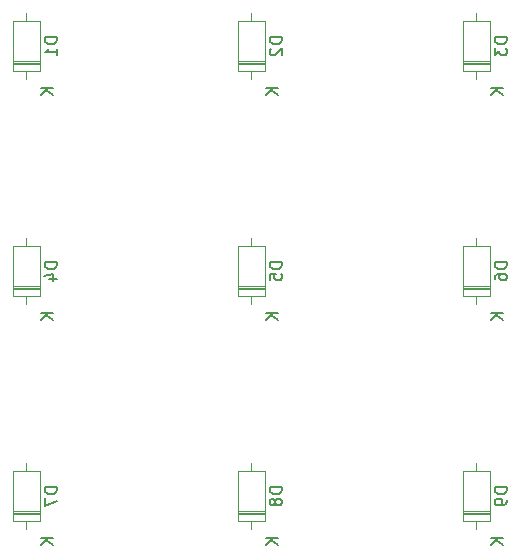
<source format=gbo>
G04 #@! TF.GenerationSoftware,KiCad,Pcbnew,9.0.3*
G04 #@! TF.CreationDate,2025-07-29T19:53:29+10:00*
G04 #@! TF.ProjectId,NyaPad,4e796150-6164-42e6-9b69-6361645f7063,rev?*
G04 #@! TF.SameCoordinates,Original*
G04 #@! TF.FileFunction,Legend,Bot*
G04 #@! TF.FilePolarity,Positive*
%FSLAX46Y46*%
G04 Gerber Fmt 4.6, Leading zero omitted, Abs format (unit mm)*
G04 Created by KiCad (PCBNEW 9.0.3) date 2025-07-29 19:53:29*
%MOMM*%
%LPD*%
G01*
G04 APERTURE LIST*
%ADD10C,0.150000*%
%ADD11C,0.120000*%
G04 APERTURE END LIST*
D10*
X145926069Y-97067130D02*
X144926069Y-97067130D01*
X144926069Y-97067130D02*
X144926069Y-97305225D01*
X144926069Y-97305225D02*
X144973688Y-97448082D01*
X144973688Y-97448082D02*
X145068926Y-97543320D01*
X145068926Y-97543320D02*
X145164164Y-97590939D01*
X145164164Y-97590939D02*
X145354640Y-97638558D01*
X145354640Y-97638558D02*
X145497497Y-97638558D01*
X145497497Y-97638558D02*
X145687973Y-97590939D01*
X145687973Y-97590939D02*
X145783211Y-97543320D01*
X145783211Y-97543320D02*
X145878450Y-97448082D01*
X145878450Y-97448082D02*
X145926069Y-97305225D01*
X145926069Y-97305225D02*
X145926069Y-97067130D01*
X145021307Y-98019511D02*
X144973688Y-98067130D01*
X144973688Y-98067130D02*
X144926069Y-98162368D01*
X144926069Y-98162368D02*
X144926069Y-98400463D01*
X144926069Y-98400463D02*
X144973688Y-98495701D01*
X144973688Y-98495701D02*
X145021307Y-98543320D01*
X145021307Y-98543320D02*
X145116545Y-98590939D01*
X145116545Y-98590939D02*
X145211783Y-98590939D01*
X145211783Y-98590939D02*
X145354640Y-98543320D01*
X145354640Y-98543320D02*
X145926069Y-97971892D01*
X145926069Y-97971892D02*
X145926069Y-98590939D01*
X145606069Y-101353320D02*
X144606069Y-101353320D01*
X145606069Y-101924748D02*
X145034640Y-101496177D01*
X144606069Y-101924748D02*
X145177497Y-101353320D01*
X164976069Y-97067130D02*
X163976069Y-97067130D01*
X163976069Y-97067130D02*
X163976069Y-97305225D01*
X163976069Y-97305225D02*
X164023688Y-97448082D01*
X164023688Y-97448082D02*
X164118926Y-97543320D01*
X164118926Y-97543320D02*
X164214164Y-97590939D01*
X164214164Y-97590939D02*
X164404640Y-97638558D01*
X164404640Y-97638558D02*
X164547497Y-97638558D01*
X164547497Y-97638558D02*
X164737973Y-97590939D01*
X164737973Y-97590939D02*
X164833211Y-97543320D01*
X164833211Y-97543320D02*
X164928450Y-97448082D01*
X164928450Y-97448082D02*
X164976069Y-97305225D01*
X164976069Y-97305225D02*
X164976069Y-97067130D01*
X163976069Y-97971892D02*
X163976069Y-98590939D01*
X163976069Y-98590939D02*
X164357021Y-98257606D01*
X164357021Y-98257606D02*
X164357021Y-98400463D01*
X164357021Y-98400463D02*
X164404640Y-98495701D01*
X164404640Y-98495701D02*
X164452259Y-98543320D01*
X164452259Y-98543320D02*
X164547497Y-98590939D01*
X164547497Y-98590939D02*
X164785592Y-98590939D01*
X164785592Y-98590939D02*
X164880830Y-98543320D01*
X164880830Y-98543320D02*
X164928450Y-98495701D01*
X164928450Y-98495701D02*
X164976069Y-98400463D01*
X164976069Y-98400463D02*
X164976069Y-98114749D01*
X164976069Y-98114749D02*
X164928450Y-98019511D01*
X164928450Y-98019511D02*
X164880830Y-97971892D01*
X164656069Y-101353320D02*
X163656069Y-101353320D01*
X164656069Y-101924748D02*
X164084640Y-101496177D01*
X163656069Y-101924748D02*
X164227497Y-101353320D01*
X145926069Y-116117130D02*
X144926069Y-116117130D01*
X144926069Y-116117130D02*
X144926069Y-116355225D01*
X144926069Y-116355225D02*
X144973688Y-116498082D01*
X144973688Y-116498082D02*
X145068926Y-116593320D01*
X145068926Y-116593320D02*
X145164164Y-116640939D01*
X145164164Y-116640939D02*
X145354640Y-116688558D01*
X145354640Y-116688558D02*
X145497497Y-116688558D01*
X145497497Y-116688558D02*
X145687973Y-116640939D01*
X145687973Y-116640939D02*
X145783211Y-116593320D01*
X145783211Y-116593320D02*
X145878450Y-116498082D01*
X145878450Y-116498082D02*
X145926069Y-116355225D01*
X145926069Y-116355225D02*
X145926069Y-116117130D01*
X144926069Y-117593320D02*
X144926069Y-117117130D01*
X144926069Y-117117130D02*
X145402259Y-117069511D01*
X145402259Y-117069511D02*
X145354640Y-117117130D01*
X145354640Y-117117130D02*
X145307021Y-117212368D01*
X145307021Y-117212368D02*
X145307021Y-117450463D01*
X145307021Y-117450463D02*
X145354640Y-117545701D01*
X145354640Y-117545701D02*
X145402259Y-117593320D01*
X145402259Y-117593320D02*
X145497497Y-117640939D01*
X145497497Y-117640939D02*
X145735592Y-117640939D01*
X145735592Y-117640939D02*
X145830830Y-117593320D01*
X145830830Y-117593320D02*
X145878450Y-117545701D01*
X145878450Y-117545701D02*
X145926069Y-117450463D01*
X145926069Y-117450463D02*
X145926069Y-117212368D01*
X145926069Y-117212368D02*
X145878450Y-117117130D01*
X145878450Y-117117130D02*
X145830830Y-117069511D01*
X145606069Y-120403320D02*
X144606069Y-120403320D01*
X145606069Y-120974748D02*
X145034640Y-120546177D01*
X144606069Y-120974748D02*
X145177497Y-120403320D01*
X126876069Y-116117130D02*
X125876069Y-116117130D01*
X125876069Y-116117130D02*
X125876069Y-116355225D01*
X125876069Y-116355225D02*
X125923688Y-116498082D01*
X125923688Y-116498082D02*
X126018926Y-116593320D01*
X126018926Y-116593320D02*
X126114164Y-116640939D01*
X126114164Y-116640939D02*
X126304640Y-116688558D01*
X126304640Y-116688558D02*
X126447497Y-116688558D01*
X126447497Y-116688558D02*
X126637973Y-116640939D01*
X126637973Y-116640939D02*
X126733211Y-116593320D01*
X126733211Y-116593320D02*
X126828450Y-116498082D01*
X126828450Y-116498082D02*
X126876069Y-116355225D01*
X126876069Y-116355225D02*
X126876069Y-116117130D01*
X126209402Y-117545701D02*
X126876069Y-117545701D01*
X125828450Y-117307606D02*
X126542735Y-117069511D01*
X126542735Y-117069511D02*
X126542735Y-117688558D01*
X126556069Y-120403320D02*
X125556069Y-120403320D01*
X126556069Y-120974748D02*
X125984640Y-120546177D01*
X125556069Y-120974748D02*
X126127497Y-120403320D01*
X145926069Y-135167130D02*
X144926069Y-135167130D01*
X144926069Y-135167130D02*
X144926069Y-135405225D01*
X144926069Y-135405225D02*
X144973688Y-135548082D01*
X144973688Y-135548082D02*
X145068926Y-135643320D01*
X145068926Y-135643320D02*
X145164164Y-135690939D01*
X145164164Y-135690939D02*
X145354640Y-135738558D01*
X145354640Y-135738558D02*
X145497497Y-135738558D01*
X145497497Y-135738558D02*
X145687973Y-135690939D01*
X145687973Y-135690939D02*
X145783211Y-135643320D01*
X145783211Y-135643320D02*
X145878450Y-135548082D01*
X145878450Y-135548082D02*
X145926069Y-135405225D01*
X145926069Y-135405225D02*
X145926069Y-135167130D01*
X145354640Y-136309987D02*
X145307021Y-136214749D01*
X145307021Y-136214749D02*
X145259402Y-136167130D01*
X145259402Y-136167130D02*
X145164164Y-136119511D01*
X145164164Y-136119511D02*
X145116545Y-136119511D01*
X145116545Y-136119511D02*
X145021307Y-136167130D01*
X145021307Y-136167130D02*
X144973688Y-136214749D01*
X144973688Y-136214749D02*
X144926069Y-136309987D01*
X144926069Y-136309987D02*
X144926069Y-136500463D01*
X144926069Y-136500463D02*
X144973688Y-136595701D01*
X144973688Y-136595701D02*
X145021307Y-136643320D01*
X145021307Y-136643320D02*
X145116545Y-136690939D01*
X145116545Y-136690939D02*
X145164164Y-136690939D01*
X145164164Y-136690939D02*
X145259402Y-136643320D01*
X145259402Y-136643320D02*
X145307021Y-136595701D01*
X145307021Y-136595701D02*
X145354640Y-136500463D01*
X145354640Y-136500463D02*
X145354640Y-136309987D01*
X145354640Y-136309987D02*
X145402259Y-136214749D01*
X145402259Y-136214749D02*
X145449878Y-136167130D01*
X145449878Y-136167130D02*
X145545116Y-136119511D01*
X145545116Y-136119511D02*
X145735592Y-136119511D01*
X145735592Y-136119511D02*
X145830830Y-136167130D01*
X145830830Y-136167130D02*
X145878450Y-136214749D01*
X145878450Y-136214749D02*
X145926069Y-136309987D01*
X145926069Y-136309987D02*
X145926069Y-136500463D01*
X145926069Y-136500463D02*
X145878450Y-136595701D01*
X145878450Y-136595701D02*
X145830830Y-136643320D01*
X145830830Y-136643320D02*
X145735592Y-136690939D01*
X145735592Y-136690939D02*
X145545116Y-136690939D01*
X145545116Y-136690939D02*
X145449878Y-136643320D01*
X145449878Y-136643320D02*
X145402259Y-136595701D01*
X145402259Y-136595701D02*
X145354640Y-136500463D01*
X145606069Y-139453320D02*
X144606069Y-139453320D01*
X145606069Y-140024748D02*
X145034640Y-139596177D01*
X144606069Y-140024748D02*
X145177497Y-139453320D01*
X164976069Y-135167130D02*
X163976069Y-135167130D01*
X163976069Y-135167130D02*
X163976069Y-135405225D01*
X163976069Y-135405225D02*
X164023688Y-135548082D01*
X164023688Y-135548082D02*
X164118926Y-135643320D01*
X164118926Y-135643320D02*
X164214164Y-135690939D01*
X164214164Y-135690939D02*
X164404640Y-135738558D01*
X164404640Y-135738558D02*
X164547497Y-135738558D01*
X164547497Y-135738558D02*
X164737973Y-135690939D01*
X164737973Y-135690939D02*
X164833211Y-135643320D01*
X164833211Y-135643320D02*
X164928450Y-135548082D01*
X164928450Y-135548082D02*
X164976069Y-135405225D01*
X164976069Y-135405225D02*
X164976069Y-135167130D01*
X164976069Y-136214749D02*
X164976069Y-136405225D01*
X164976069Y-136405225D02*
X164928450Y-136500463D01*
X164928450Y-136500463D02*
X164880830Y-136548082D01*
X164880830Y-136548082D02*
X164737973Y-136643320D01*
X164737973Y-136643320D02*
X164547497Y-136690939D01*
X164547497Y-136690939D02*
X164166545Y-136690939D01*
X164166545Y-136690939D02*
X164071307Y-136643320D01*
X164071307Y-136643320D02*
X164023688Y-136595701D01*
X164023688Y-136595701D02*
X163976069Y-136500463D01*
X163976069Y-136500463D02*
X163976069Y-136309987D01*
X163976069Y-136309987D02*
X164023688Y-136214749D01*
X164023688Y-136214749D02*
X164071307Y-136167130D01*
X164071307Y-136167130D02*
X164166545Y-136119511D01*
X164166545Y-136119511D02*
X164404640Y-136119511D01*
X164404640Y-136119511D02*
X164499878Y-136167130D01*
X164499878Y-136167130D02*
X164547497Y-136214749D01*
X164547497Y-136214749D02*
X164595116Y-136309987D01*
X164595116Y-136309987D02*
X164595116Y-136500463D01*
X164595116Y-136500463D02*
X164547497Y-136595701D01*
X164547497Y-136595701D02*
X164499878Y-136643320D01*
X164499878Y-136643320D02*
X164404640Y-136690939D01*
X164656069Y-139453320D02*
X163656069Y-139453320D01*
X164656069Y-140024748D02*
X164084640Y-139596177D01*
X163656069Y-140024748D02*
X164227497Y-139453320D01*
X126876069Y-97067130D02*
X125876069Y-97067130D01*
X125876069Y-97067130D02*
X125876069Y-97305225D01*
X125876069Y-97305225D02*
X125923688Y-97448082D01*
X125923688Y-97448082D02*
X126018926Y-97543320D01*
X126018926Y-97543320D02*
X126114164Y-97590939D01*
X126114164Y-97590939D02*
X126304640Y-97638558D01*
X126304640Y-97638558D02*
X126447497Y-97638558D01*
X126447497Y-97638558D02*
X126637973Y-97590939D01*
X126637973Y-97590939D02*
X126733211Y-97543320D01*
X126733211Y-97543320D02*
X126828450Y-97448082D01*
X126828450Y-97448082D02*
X126876069Y-97305225D01*
X126876069Y-97305225D02*
X126876069Y-97067130D01*
X126876069Y-98590939D02*
X126876069Y-98019511D01*
X126876069Y-98305225D02*
X125876069Y-98305225D01*
X125876069Y-98305225D02*
X126018926Y-98209987D01*
X126018926Y-98209987D02*
X126114164Y-98114749D01*
X126114164Y-98114749D02*
X126161783Y-98019511D01*
X126556069Y-101353320D02*
X125556069Y-101353320D01*
X126556069Y-101924748D02*
X125984640Y-101496177D01*
X125556069Y-101924748D02*
X126127497Y-101353320D01*
X164976069Y-116117130D02*
X163976069Y-116117130D01*
X163976069Y-116117130D02*
X163976069Y-116355225D01*
X163976069Y-116355225D02*
X164023688Y-116498082D01*
X164023688Y-116498082D02*
X164118926Y-116593320D01*
X164118926Y-116593320D02*
X164214164Y-116640939D01*
X164214164Y-116640939D02*
X164404640Y-116688558D01*
X164404640Y-116688558D02*
X164547497Y-116688558D01*
X164547497Y-116688558D02*
X164737973Y-116640939D01*
X164737973Y-116640939D02*
X164833211Y-116593320D01*
X164833211Y-116593320D02*
X164928450Y-116498082D01*
X164928450Y-116498082D02*
X164976069Y-116355225D01*
X164976069Y-116355225D02*
X164976069Y-116117130D01*
X163976069Y-117545701D02*
X163976069Y-117355225D01*
X163976069Y-117355225D02*
X164023688Y-117259987D01*
X164023688Y-117259987D02*
X164071307Y-117212368D01*
X164071307Y-117212368D02*
X164214164Y-117117130D01*
X164214164Y-117117130D02*
X164404640Y-117069511D01*
X164404640Y-117069511D02*
X164785592Y-117069511D01*
X164785592Y-117069511D02*
X164880830Y-117117130D01*
X164880830Y-117117130D02*
X164928450Y-117164749D01*
X164928450Y-117164749D02*
X164976069Y-117259987D01*
X164976069Y-117259987D02*
X164976069Y-117450463D01*
X164976069Y-117450463D02*
X164928450Y-117545701D01*
X164928450Y-117545701D02*
X164880830Y-117593320D01*
X164880830Y-117593320D02*
X164785592Y-117640939D01*
X164785592Y-117640939D02*
X164547497Y-117640939D01*
X164547497Y-117640939D02*
X164452259Y-117593320D01*
X164452259Y-117593320D02*
X164404640Y-117545701D01*
X164404640Y-117545701D02*
X164357021Y-117450463D01*
X164357021Y-117450463D02*
X164357021Y-117259987D01*
X164357021Y-117259987D02*
X164404640Y-117164749D01*
X164404640Y-117164749D02*
X164452259Y-117117130D01*
X164452259Y-117117130D02*
X164547497Y-117069511D01*
X164656069Y-120403320D02*
X163656069Y-120403320D01*
X164656069Y-120974748D02*
X164084640Y-120546177D01*
X163656069Y-120974748D02*
X164227497Y-120403320D01*
X126876069Y-135167130D02*
X125876069Y-135167130D01*
X125876069Y-135167130D02*
X125876069Y-135405225D01*
X125876069Y-135405225D02*
X125923688Y-135548082D01*
X125923688Y-135548082D02*
X126018926Y-135643320D01*
X126018926Y-135643320D02*
X126114164Y-135690939D01*
X126114164Y-135690939D02*
X126304640Y-135738558D01*
X126304640Y-135738558D02*
X126447497Y-135738558D01*
X126447497Y-135738558D02*
X126637973Y-135690939D01*
X126637973Y-135690939D02*
X126733211Y-135643320D01*
X126733211Y-135643320D02*
X126828450Y-135548082D01*
X126828450Y-135548082D02*
X126876069Y-135405225D01*
X126876069Y-135405225D02*
X126876069Y-135167130D01*
X125876069Y-136071892D02*
X125876069Y-136738558D01*
X125876069Y-136738558D02*
X126876069Y-136309987D01*
X126556069Y-139453320D02*
X125556069Y-139453320D01*
X126556069Y-140024748D02*
X125984640Y-139596177D01*
X125556069Y-140024748D02*
X126127497Y-139453320D01*
D11*
X143351250Y-95035225D02*
X143351250Y-95685225D01*
X143351250Y-100575225D02*
X143351250Y-99925225D01*
X144471250Y-99085225D02*
X142231250Y-99085225D01*
X144471250Y-99205225D02*
X142231250Y-99205225D01*
X144471250Y-99325225D02*
X142231250Y-99325225D01*
X144471250Y-99925225D02*
X142231250Y-99925225D01*
X142231250Y-95685225D01*
X144471250Y-95685225D01*
X144471250Y-99925225D01*
X162401250Y-95035225D02*
X162401250Y-95685225D01*
X162401250Y-100575225D02*
X162401250Y-99925225D01*
X163521250Y-99085225D02*
X161281250Y-99085225D01*
X163521250Y-99205225D02*
X161281250Y-99205225D01*
X163521250Y-99325225D02*
X161281250Y-99325225D01*
X163521250Y-99925225D02*
X161281250Y-99925225D01*
X161281250Y-95685225D01*
X163521250Y-95685225D01*
X163521250Y-99925225D01*
X143351250Y-114085225D02*
X143351250Y-114735225D01*
X143351250Y-119625225D02*
X143351250Y-118975225D01*
X144471250Y-118135225D02*
X142231250Y-118135225D01*
X144471250Y-118255225D02*
X142231250Y-118255225D01*
X144471250Y-118375225D02*
X142231250Y-118375225D01*
X144471250Y-118975225D02*
X142231250Y-118975225D01*
X142231250Y-114735225D01*
X144471250Y-114735225D01*
X144471250Y-118975225D01*
X124301250Y-114085225D02*
X124301250Y-114735225D01*
X124301250Y-119625225D02*
X124301250Y-118975225D01*
X125421250Y-118135225D02*
X123181250Y-118135225D01*
X125421250Y-118255225D02*
X123181250Y-118255225D01*
X125421250Y-118375225D02*
X123181250Y-118375225D01*
X125421250Y-118975225D02*
X123181250Y-118975225D01*
X123181250Y-114735225D01*
X125421250Y-114735225D01*
X125421250Y-118975225D01*
X143351250Y-133135225D02*
X143351250Y-133785225D01*
X143351250Y-138675225D02*
X143351250Y-138025225D01*
X144471250Y-137185225D02*
X142231250Y-137185225D01*
X144471250Y-137305225D02*
X142231250Y-137305225D01*
X144471250Y-137425225D02*
X142231250Y-137425225D01*
X144471250Y-138025225D02*
X142231250Y-138025225D01*
X142231250Y-133785225D01*
X144471250Y-133785225D01*
X144471250Y-138025225D01*
X162401250Y-133135225D02*
X162401250Y-133785225D01*
X162401250Y-138675225D02*
X162401250Y-138025225D01*
X163521250Y-137185225D02*
X161281250Y-137185225D01*
X163521250Y-137305225D02*
X161281250Y-137305225D01*
X163521250Y-137425225D02*
X161281250Y-137425225D01*
X163521250Y-138025225D02*
X161281250Y-138025225D01*
X161281250Y-133785225D01*
X163521250Y-133785225D01*
X163521250Y-138025225D01*
X124301250Y-95035225D02*
X124301250Y-95685225D01*
X124301250Y-100575225D02*
X124301250Y-99925225D01*
X125421250Y-99085225D02*
X123181250Y-99085225D01*
X125421250Y-99205225D02*
X123181250Y-99205225D01*
X125421250Y-99325225D02*
X123181250Y-99325225D01*
X125421250Y-99925225D02*
X123181250Y-99925225D01*
X123181250Y-95685225D01*
X125421250Y-95685225D01*
X125421250Y-99925225D01*
X162401250Y-114085225D02*
X162401250Y-114735225D01*
X162401250Y-119625225D02*
X162401250Y-118975225D01*
X163521250Y-118135225D02*
X161281250Y-118135225D01*
X163521250Y-118255225D02*
X161281250Y-118255225D01*
X163521250Y-118375225D02*
X161281250Y-118375225D01*
X163521250Y-118975225D02*
X161281250Y-118975225D01*
X161281250Y-114735225D01*
X163521250Y-114735225D01*
X163521250Y-118975225D01*
X124301250Y-133135225D02*
X124301250Y-133785225D01*
X124301250Y-138675225D02*
X124301250Y-138025225D01*
X125421250Y-137185225D02*
X123181250Y-137185225D01*
X125421250Y-137305225D02*
X123181250Y-137305225D01*
X125421250Y-137425225D02*
X123181250Y-137425225D01*
X125421250Y-138025225D02*
X123181250Y-138025225D01*
X123181250Y-133785225D01*
X125421250Y-133785225D01*
X125421250Y-138025225D01*
M02*

</source>
